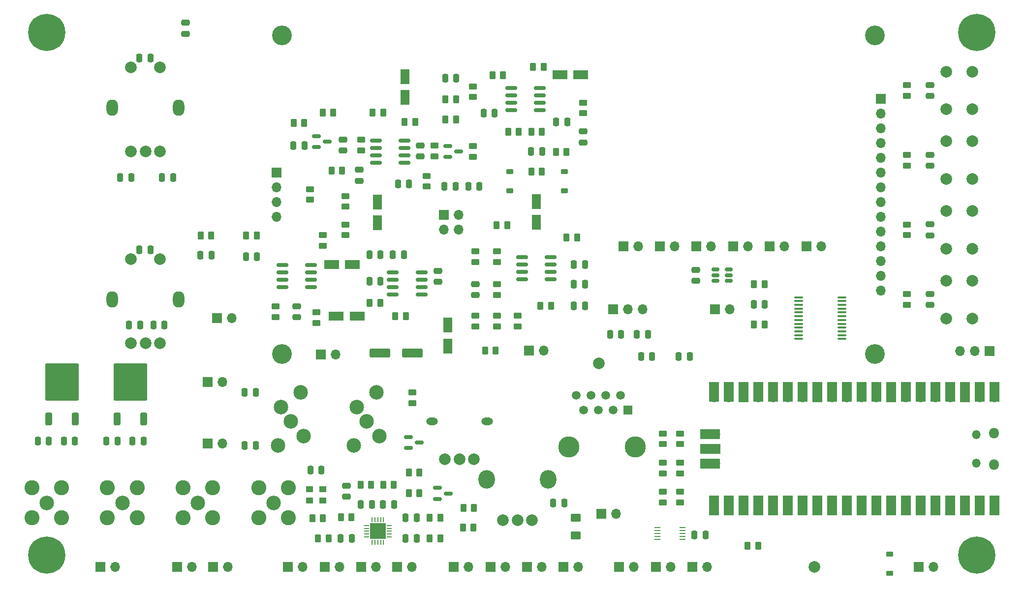
<source format=gts>
%TF.GenerationSoftware,KiCad,Pcbnew,8.0.2-8.0.2-0~ubuntu22.04.1*%
%TF.CreationDate,2024-05-24T16:16:29-07:00*%
%TF.ProjectId,YamhillFrontPanel,59616d68-696c-46c4-9672-6f6e7450616e,B*%
%TF.SameCoordinates,Original*%
%TF.FileFunction,Soldermask,Top*%
%TF.FilePolarity,Negative*%
%FSLAX46Y46*%
G04 Gerber Fmt 4.6, Leading zero omitted, Abs format (unit mm)*
G04 Created by KiCad (PCBNEW 8.0.2-8.0.2-0~ubuntu22.04.1) date 2024-05-24 16:16:29*
%MOMM*%
%LPD*%
G01*
G04 APERTURE LIST*
G04 Aperture macros list*
%AMRoundRect*
0 Rectangle with rounded corners*
0 $1 Rounding radius*
0 $2 $3 $4 $5 $6 $7 $8 $9 X,Y pos of 4 corners*
0 Add a 4 corners polygon primitive as box body*
4,1,4,$2,$3,$4,$5,$6,$7,$8,$9,$2,$3,0*
0 Add four circle primitives for the rounded corners*
1,1,$1+$1,$2,$3*
1,1,$1+$1,$4,$5*
1,1,$1+$1,$6,$7*
1,1,$1+$1,$8,$9*
0 Add four rect primitives between the rounded corners*
20,1,$1+$1,$2,$3,$4,$5,0*
20,1,$1+$1,$4,$5,$6,$7,0*
20,1,$1+$1,$6,$7,$8,$9,0*
20,1,$1+$1,$8,$9,$2,$3,0*%
G04 Aperture macros list end*
%ADD10RoundRect,0.062500X-0.337500X-0.062500X0.337500X-0.062500X0.337500X0.062500X-0.337500X0.062500X0*%
%ADD11RoundRect,0.062500X-0.062500X-0.337500X0.062500X-0.337500X0.062500X0.337500X-0.062500X0.337500X0*%
%ADD12R,2.700000X2.700000*%
%ADD13RoundRect,0.250000X-0.250000X-0.475000X0.250000X-0.475000X0.250000X0.475000X-0.250000X0.475000X0*%
%ADD14RoundRect,0.250000X-0.262500X-0.450000X0.262500X-0.450000X0.262500X0.450000X-0.262500X0.450000X0*%
%ADD15R,1.700000X1.700000*%
%ADD16O,1.700000X1.700000*%
%ADD17RoundRect,0.150000X-0.825000X-0.150000X0.825000X-0.150000X0.825000X0.150000X-0.825000X0.150000X0*%
%ADD18RoundRect,0.250000X0.450000X-0.262500X0.450000X0.262500X-0.450000X0.262500X-0.450000X-0.262500X0*%
%ADD19RoundRect,0.250000X-0.450000X0.262500X-0.450000X-0.262500X0.450000X-0.262500X0.450000X0.262500X0*%
%ADD20C,0.800000*%
%ADD21C,6.400000*%
%ADD22RoundRect,0.150000X-0.587500X-0.150000X0.587500X-0.150000X0.587500X0.150000X-0.587500X0.150000X0*%
%ADD23RoundRect,0.250000X-0.475000X0.250000X-0.475000X-0.250000X0.475000X-0.250000X0.475000X0.250000X0*%
%ADD24RoundRect,0.250000X0.350000X-0.850000X0.350000X0.850000X-0.350000X0.850000X-0.350000X-0.850000X0*%
%ADD25RoundRect,0.249997X2.650003X-2.950003X2.650003X2.950003X-2.650003X2.950003X-2.650003X-2.950003X0*%
%ADD26RoundRect,0.250000X0.250000X0.475000X-0.250000X0.475000X-0.250000X-0.475000X0.250000X-0.475000X0*%
%ADD27O,1.800000X1.800000*%
%ADD28O,1.500000X1.500000*%
%ADD29R,1.700000X3.500000*%
%ADD30R,3.500000X1.700000*%
%ADD31RoundRect,0.150000X-0.512500X-0.150000X0.512500X-0.150000X0.512500X0.150000X-0.512500X0.150000X0*%
%ADD32RoundRect,0.250000X0.550000X-1.050000X0.550000X1.050000X-0.550000X1.050000X-0.550000X-1.050000X0*%
%ADD33RoundRect,0.225000X0.375000X-0.225000X0.375000X0.225000X-0.375000X0.225000X-0.375000X-0.225000X0*%
%ADD34RoundRect,0.250000X0.475000X-0.250000X0.475000X0.250000X-0.475000X0.250000X-0.475000X-0.250000X0*%
%ADD35R,1.100000X0.250000*%
%ADD36RoundRect,0.250000X-0.550000X1.050000X-0.550000X-1.050000X0.550000X-1.050000X0.550000X1.050000X0*%
%ADD37C,2.500000*%
%ADD38C,2.600000*%
%ADD39RoundRect,0.225000X-0.375000X0.225000X-0.375000X-0.225000X0.375000X-0.225000X0.375000X0.225000X0*%
%ADD40RoundRect,0.250000X-1.050000X-0.550000X1.050000X-0.550000X1.050000X0.550000X-1.050000X0.550000X0*%
%ADD41RoundRect,0.250000X0.262500X0.450000X-0.262500X0.450000X-0.262500X-0.450000X0.262500X-0.450000X0*%
%ADD42R,1.300000X1.100000*%
%ADD43O,2.800000X3.200000*%
%ADD44C,2.000000*%
%ADD45RoundRect,0.250000X-1.500000X-0.550000X1.500000X-0.550000X1.500000X0.550000X-1.500000X0.550000X0*%
%ADD46RoundRect,0.100000X-0.637500X-0.100000X0.637500X-0.100000X0.637500X0.100000X-0.637500X0.100000X0*%
%ADD47RoundRect,0.250001X-0.624999X0.462499X-0.624999X-0.462499X0.624999X-0.462499X0.624999X0.462499X0*%
%ADD48C,3.650000*%
%ADD49R,1.500000X1.500000*%
%ADD50C,1.500000*%
%ADD51O,2.000000X1.300000*%
%ADD52C,3.400000*%
%ADD53O,2.000000X2.800000*%
G04 APERTURE END LIST*
D10*
%TO.C,U8*%
X110000000Y-139900000D03*
X110000000Y-140400000D03*
X110000000Y-140900000D03*
X110000000Y-141400000D03*
X110000000Y-141900000D03*
D11*
X110950000Y-142850000D03*
X111450000Y-142850000D03*
X111950000Y-142850000D03*
X112450000Y-142850000D03*
X112950000Y-142850000D03*
D10*
X113900000Y-141900000D03*
X113900000Y-141400000D03*
X113900000Y-140900000D03*
X113900000Y-140400000D03*
X113900000Y-139900000D03*
D11*
X112950000Y-138950000D03*
X112450000Y-138950000D03*
X111950000Y-138950000D03*
X111450000Y-138950000D03*
X110950000Y-138950000D03*
D12*
X111950000Y-140900000D03*
%TD*%
D13*
%TO.C,C49*%
X145685000Y-102100000D03*
X147585000Y-102100000D03*
%TD*%
%TO.C,C23*%
X65250000Y-125400000D03*
X67150000Y-125400000D03*
%TD*%
%TO.C,C33*%
X157250000Y-110800000D03*
X159150000Y-110800000D03*
%TD*%
%TO.C,C48*%
X123450000Y-81500000D03*
X125350000Y-81500000D03*
%TD*%
D14*
%TO.C,R17*%
X117287500Y-130800000D03*
X119112500Y-130800000D03*
%TD*%
D15*
%TO.C,J3*%
X109060000Y-147000000D03*
D16*
X111600000Y-147000000D03*
%TD*%
D17*
%TO.C,U10*%
X95525000Y-95095000D03*
X95525000Y-96365000D03*
X95525000Y-97635000D03*
X95525000Y-98905000D03*
X100475000Y-98905000D03*
X100475000Y-97635000D03*
X100475000Y-96365000D03*
X100475000Y-95095000D03*
%TD*%
D15*
%TO.C,J35*%
X150425000Y-137900000D03*
D16*
X152965000Y-137900000D03*
%TD*%
D13*
%TO.C,C6*%
X89050000Y-117000000D03*
X90950000Y-117000000D03*
%TD*%
D15*
%TO.C,J26*%
X83600000Y-147000000D03*
D16*
X86140000Y-147000000D03*
%TD*%
D14*
%TO.C,R14*%
X126687500Y-136900000D03*
X128512500Y-136900000D03*
%TD*%
D18*
%TO.C,R8*%
X164000000Y-135912500D03*
X164000000Y-134087500D03*
%TD*%
D15*
%TO.C,J33*%
X137960000Y-109800000D03*
D16*
X140500000Y-109800000D03*
%TD*%
D15*
%TO.C,J5*%
X143900000Y-147000000D03*
D16*
X146440000Y-147000000D03*
%TD*%
D15*
%TO.C,J20*%
X64200000Y-147000000D03*
D16*
X66740000Y-147000000D03*
%TD*%
D18*
%TO.C,R61*%
X147300000Y-68912500D03*
X147300000Y-67087500D03*
%TD*%
D19*
%TO.C,R33*%
X132435000Y-103787500D03*
X132435000Y-105612500D03*
%TD*%
D18*
%TO.C,R43*%
X132435000Y-94512500D03*
X132435000Y-92687500D03*
%TD*%
D20*
%TO.C,H2*%
X52600000Y-145000000D03*
X53302944Y-143302944D03*
X53302944Y-146697056D03*
X55000000Y-142600000D03*
D21*
X55000000Y-145000000D03*
D20*
X55000000Y-147400000D03*
X56697056Y-143302944D03*
X56697056Y-146697056D03*
X57400000Y-145000000D03*
%TD*%
D22*
%TO.C,Q3*%
X101425000Y-72850000D03*
X101425000Y-74750000D03*
X103300000Y-73800000D03*
%TD*%
D13*
%TO.C,C18*%
X70950000Y-59400000D03*
X72850000Y-59400000D03*
%TD*%
D23*
%TO.C,C11*%
X166700000Y-95900000D03*
X166700000Y-97800000D03*
%TD*%
D24*
%TO.C,U7*%
X67120000Y-121540000D03*
D25*
X69400000Y-115240000D03*
D24*
X71680000Y-121540000D03*
%TD*%
D15*
%TO.C,J36*%
X82700000Y-115200000D03*
D16*
X85240000Y-115200000D03*
%TD*%
D14*
%TO.C,R42*%
X102487500Y-68800000D03*
X104312500Y-68800000D03*
%TD*%
D26*
%TO.C,C35*%
X144050000Y-136000000D03*
X142150000Y-136000000D03*
%TD*%
D18*
%TO.C,R46*%
X120375000Y-81517500D03*
X120375000Y-79692500D03*
%TD*%
D15*
%TO.C,J23*%
X166100000Y-147000000D03*
D16*
X168640000Y-147000000D03*
%TD*%
D23*
%TO.C,C43*%
X106000000Y-73450000D03*
X106000000Y-75350000D03*
%TD*%
D27*
%TO.C,U3*%
X217970000Y-123985000D03*
D28*
X214940000Y-124285000D03*
X214940000Y-129135000D03*
D27*
X217970000Y-129435000D03*
D16*
X218100000Y-117820000D03*
D29*
X218100000Y-116920000D03*
D16*
X215560000Y-117820000D03*
D29*
X215560000Y-116920000D03*
D15*
X213020000Y-117820000D03*
D29*
X213020000Y-116920000D03*
D16*
X210480000Y-117820000D03*
D29*
X210480000Y-116920000D03*
D16*
X207940000Y-117820000D03*
D29*
X207940000Y-116920000D03*
D16*
X205400000Y-117820000D03*
D29*
X205400000Y-116920000D03*
D16*
X202860000Y-117820000D03*
D29*
X202860000Y-116920000D03*
D15*
X200320000Y-117820000D03*
D29*
X200320000Y-116920000D03*
D16*
X197780000Y-117820000D03*
D29*
X197780000Y-116920000D03*
D16*
X195240000Y-117820000D03*
D29*
X195240000Y-116920000D03*
D16*
X192700000Y-117820000D03*
D29*
X192700000Y-116920000D03*
D16*
X190160000Y-117820000D03*
D29*
X190160000Y-116920000D03*
D15*
X187620000Y-117820000D03*
D29*
X187620000Y-116920000D03*
D16*
X185080000Y-117820000D03*
D29*
X185080000Y-116920000D03*
D16*
X182540000Y-117820000D03*
D29*
X182540000Y-116920000D03*
D16*
X180000000Y-117820000D03*
D29*
X180000000Y-116920000D03*
D16*
X177460000Y-117820000D03*
D29*
X177460000Y-116920000D03*
D15*
X174920000Y-117820000D03*
D29*
X174920000Y-116920000D03*
D16*
X172380000Y-117820000D03*
D29*
X172380000Y-116920000D03*
D16*
X169840000Y-117820000D03*
D29*
X169840000Y-116920000D03*
D16*
X169840000Y-135600000D03*
D29*
X169840000Y-136500000D03*
D16*
X172380000Y-135600000D03*
D29*
X172380000Y-136500000D03*
D15*
X174920000Y-135600000D03*
D29*
X174920000Y-136500000D03*
D16*
X177460000Y-135600000D03*
D29*
X177460000Y-136500000D03*
D16*
X180000000Y-135600000D03*
D29*
X180000000Y-136500000D03*
D16*
X182540000Y-135600000D03*
D29*
X182540000Y-136500000D03*
D16*
X185080000Y-135600000D03*
D29*
X185080000Y-136500000D03*
D15*
X187620000Y-135600000D03*
D29*
X187620000Y-136500000D03*
D16*
X190160000Y-135600000D03*
D29*
X190160000Y-136500000D03*
D16*
X192700000Y-135600000D03*
D29*
X192700000Y-136500000D03*
D16*
X195240000Y-135600000D03*
D29*
X195240000Y-136500000D03*
D16*
X197780000Y-135600000D03*
D29*
X197780000Y-136500000D03*
D15*
X200320000Y-135600000D03*
D29*
X200320000Y-136500000D03*
D16*
X202860000Y-135600000D03*
D29*
X202860000Y-136500000D03*
D16*
X205400000Y-135600000D03*
D29*
X205400000Y-136500000D03*
D16*
X207940000Y-135600000D03*
D29*
X207940000Y-136500000D03*
D16*
X210480000Y-135600000D03*
D29*
X210480000Y-136500000D03*
D15*
X213020000Y-135600000D03*
D29*
X213020000Y-136500000D03*
D16*
X215560000Y-135600000D03*
D29*
X215560000Y-136500000D03*
D16*
X218100000Y-135600000D03*
D29*
X218100000Y-136500000D03*
D16*
X170070000Y-124170000D03*
D30*
X169170000Y-124170000D03*
D15*
X170070000Y-126710000D03*
D30*
X169170000Y-126710000D03*
D16*
X170070000Y-129250000D03*
D30*
X169170000Y-129250000D03*
%TD*%
D23*
%TO.C,C45*%
X119300000Y-74450000D03*
X119300000Y-76350000D03*
%TD*%
D18*
%TO.C,R37*%
X128735000Y-94512500D03*
X128735000Y-92687500D03*
%TD*%
D26*
%TO.C,C60*%
X116425000Y-93290000D03*
X114525000Y-93290000D03*
%TD*%
D31*
%TO.C,U2*%
X170100000Y-95850000D03*
X170100000Y-96800000D03*
X170100000Y-97750000D03*
X172375000Y-97750000D03*
X172375000Y-96800000D03*
X172375000Y-95850000D03*
%TD*%
D19*
%TO.C,R65*%
X117900000Y-116987500D03*
X117900000Y-118812500D03*
%TD*%
D32*
%TO.C,C42*%
X139235000Y-87700000D03*
X139235000Y-84100000D03*
%TD*%
D13*
%TO.C,C57*%
X138350000Y-75500000D03*
X140250000Y-75500000D03*
%TD*%
D32*
%TO.C,C41*%
X116600000Y-66200000D03*
X116600000Y-62600000D03*
%TD*%
D33*
%TO.C,D8*%
X134700000Y-82250000D03*
X134700000Y-78950000D03*
%TD*%
D14*
%TO.C,R15*%
X126587500Y-140300000D03*
X128412500Y-140300000D03*
%TD*%
%TO.C,R45*%
X111062500Y-68805000D03*
X112887500Y-68805000D03*
%TD*%
D34*
%TO.C,C2*%
X207000000Y-77950000D03*
X207000000Y-76050000D03*
%TD*%
D33*
%TO.C,D9*%
X144100000Y-82250000D03*
X144100000Y-78950000D03*
%TD*%
D18*
%TO.C,R32*%
X128735000Y-105612500D03*
X128735000Y-103787500D03*
%TD*%
D26*
%TO.C,C40*%
X99350000Y-74500000D03*
X97450000Y-74500000D03*
%TD*%
D23*
%TO.C,C38*%
X108800000Y-78650000D03*
X108800000Y-80550000D03*
%TD*%
D35*
%TO.C,U5*%
X160050000Y-140300000D03*
X160050000Y-140800000D03*
X160050000Y-141300000D03*
X160050000Y-141800000D03*
X160050000Y-142300000D03*
X164350000Y-142300000D03*
X164350000Y-141800000D03*
X164350000Y-141300000D03*
X164350000Y-140800000D03*
X164350000Y-140300000D03*
%TD*%
D36*
%TO.C,C47*%
X111875000Y-84205000D03*
X111875000Y-87805000D03*
%TD*%
D15*
%TO.C,J4*%
X115300000Y-147000000D03*
D16*
X117840000Y-147000000D03*
%TD*%
D14*
%TO.C,R59*%
X131687500Y-62400000D03*
X133512500Y-62400000D03*
%TD*%
D37*
%TO.C,J27*%
X55000000Y-136000000D03*
D38*
X52450000Y-133450000D03*
X52450000Y-138550000D03*
X57550000Y-133450000D03*
X57550000Y-138550000D03*
%TD*%
D34*
%TO.C,C62*%
X147300000Y-73950000D03*
X147300000Y-72050000D03*
%TD*%
D15*
%TO.C,J22*%
X159800000Y-147000000D03*
D16*
X162340000Y-147000000D03*
%TD*%
D18*
%TO.C,R40*%
X109100000Y-75312500D03*
X109100000Y-73487500D03*
%TD*%
D13*
%TO.C,C8*%
X151935000Y-107000000D03*
X153835000Y-107000000D03*
%TD*%
%TO.C,C50*%
X127550000Y-81500000D03*
X129450000Y-81500000D03*
%TD*%
D39*
%TO.C,D7*%
X200000000Y-144850000D03*
X200000000Y-148150000D03*
%TD*%
D13*
%TO.C,C58*%
X142650000Y-70400000D03*
X144550000Y-70400000D03*
%TD*%
D19*
%TO.C,R10*%
X203000000Y-64087500D03*
X203000000Y-65912500D03*
%TD*%
D15*
%TO.C,J18*%
X170000000Y-102700000D03*
D16*
X172540000Y-102700000D03*
%TD*%
D14*
%TO.C,R30*%
X89287500Y-90000000D03*
X91112500Y-90000000D03*
%TD*%
D40*
%TO.C,C34*%
X104000000Y-95000000D03*
X107600000Y-95000000D03*
%TD*%
D15*
%TO.C,J19*%
X205000000Y-147000000D03*
D16*
X207540000Y-147000000D03*
%TD*%
D41*
%TO.C,R38*%
X118412500Y-70400000D03*
X116587500Y-70400000D03*
%TD*%
D15*
%TO.C,J34*%
X123360000Y-86460000D03*
D16*
X125900000Y-86460000D03*
X123360000Y-89000000D03*
X125900000Y-89000000D03*
%TD*%
D40*
%TO.C,C61*%
X104800000Y-103900000D03*
X108400000Y-103900000D03*
%TD*%
D13*
%TO.C,C31*%
X81450000Y-93400000D03*
X83350000Y-93400000D03*
%TD*%
D23*
%TO.C,C20*%
X106600000Y-133050000D03*
X106600000Y-134950000D03*
%TD*%
D19*
%TO.C,R7*%
X161000000Y-134087500D03*
X161000000Y-135912500D03*
%TD*%
D13*
%TO.C,C22*%
X53450000Y-125400000D03*
X55350000Y-125400000D03*
%TD*%
D14*
%TO.C,R21*%
X112887500Y-132900000D03*
X114712500Y-132900000D03*
%TD*%
D41*
%TO.C,R24*%
X122712500Y-142100000D03*
X120887500Y-142100000D03*
%TD*%
D19*
%TO.C,R11*%
X203000000Y-76087500D03*
X203000000Y-77912500D03*
%TD*%
D26*
%TO.C,C12*%
X178550000Y-101800000D03*
X176650000Y-101800000D03*
%TD*%
D20*
%TO.C,H4*%
X212600000Y-145000000D03*
X213302944Y-143302944D03*
X213302944Y-146697056D03*
X215000000Y-142600000D03*
D21*
X215000000Y-145000000D03*
D20*
X215000000Y-147400000D03*
X216697056Y-143302944D03*
X216697056Y-146697056D03*
X217400000Y-145000000D03*
%TD*%
D14*
%TO.C,R25*%
X81487500Y-90000000D03*
X83312500Y-90000000D03*
%TD*%
%TO.C,R48*%
X132422500Y-88200000D03*
X134247500Y-88200000D03*
%TD*%
D42*
%TO.C,U4*%
X100219978Y-135580022D03*
X102519978Y-135580022D03*
X102519978Y-133680022D03*
X100219978Y-133680022D03*
%TD*%
D14*
%TO.C,R18*%
X101687500Y-142100000D03*
X103512500Y-142100000D03*
%TD*%
D19*
%TO.C,R13*%
X203000000Y-100087500D03*
X203000000Y-101912500D03*
%TD*%
D26*
%TO.C,C30*%
X118650000Y-142100000D03*
X116750000Y-142100000D03*
%TD*%
D15*
%TO.C,J16*%
X185700000Y-91800000D03*
D16*
X188240000Y-91800000D03*
%TD*%
D15*
%TO.C,J8*%
X125025000Y-147000000D03*
D16*
X127565000Y-147000000D03*
%TD*%
D41*
%TO.C,R53*%
X136212500Y-72100000D03*
X134387500Y-72100000D03*
%TD*%
D15*
%TO.C,J21*%
X153500000Y-147000000D03*
D16*
X156040000Y-147000000D03*
%TD*%
D26*
%TO.C,C52*%
X147585000Y-95000000D03*
X145685000Y-95000000D03*
%TD*%
%TO.C,C51*%
X132050000Y-68900000D03*
X130150000Y-68900000D03*
%TD*%
D41*
%TO.C,R56*%
X140512500Y-60900000D03*
X138687500Y-60900000D03*
%TD*%
%TO.C,R66*%
X144412500Y-75600000D03*
X142587500Y-75600000D03*
%TD*%
%TO.C,R23*%
X122712500Y-138600000D03*
X120887500Y-138600000D03*
%TD*%
D15*
%TO.C,J10*%
X152460000Y-102700000D03*
D16*
X155000000Y-102700000D03*
X157540000Y-102700000D03*
%TD*%
D14*
%TO.C,R22*%
X105587500Y-138500000D03*
X107412500Y-138500000D03*
%TD*%
D34*
%TO.C,C37*%
X128735000Y-100250000D03*
X128735000Y-98350000D03*
%TD*%
D14*
%TO.C,R19*%
X117287500Y-134300000D03*
X119112500Y-134300000D03*
%TD*%
D41*
%TO.C,R35*%
X105812500Y-78800000D03*
X103987500Y-78800000D03*
%TD*%
D13*
%TO.C,C1*%
X89050000Y-126100000D03*
X90950000Y-126100000D03*
%TD*%
D15*
%TO.C,J11*%
X154200000Y-91800000D03*
D16*
X156740000Y-91800000D03*
%TD*%
D43*
%TO.C,R31*%
X130700000Y-132000000D03*
X141300000Y-132000000D03*
D44*
X138500000Y-139000000D03*
X136000000Y-139000000D03*
X133500000Y-139000000D03*
%TD*%
D20*
%TO.C,H1*%
X52600000Y-55000000D03*
X53302944Y-53302944D03*
X53302944Y-56697056D03*
X55000000Y-52600000D03*
D21*
X55000000Y-55000000D03*
D20*
X55000000Y-57400000D03*
X56697056Y-53302944D03*
X56697056Y-56697056D03*
X57400000Y-55000000D03*
%TD*%
D15*
%TO.C,J13*%
X166800000Y-91800000D03*
D16*
X169340000Y-91800000D03*
%TD*%
D17*
%TO.C,U12*%
X136785000Y-93700000D03*
X136785000Y-94970000D03*
X136785000Y-96240000D03*
X136785000Y-97510000D03*
X141735000Y-97510000D03*
X141735000Y-96240000D03*
X141735000Y-94970000D03*
X141735000Y-93700000D03*
%TD*%
D13*
%TO.C,C26*%
X69750000Y-125400000D03*
X71650000Y-125400000D03*
%TD*%
D41*
%TO.C,R16*%
X102512500Y-138700000D03*
X100687500Y-138700000D03*
%TD*%
D13*
%TO.C,C16*%
X67650000Y-80000000D03*
X69550000Y-80000000D03*
%TD*%
D15*
%TO.C,J12*%
X160500000Y-91800000D03*
D16*
X163040000Y-91800000D03*
%TD*%
D45*
%TO.C,C63*%
X112300000Y-110200000D03*
X117900000Y-110200000D03*
%TD*%
D18*
%TO.C,R5*%
X164000000Y-130912500D03*
X164000000Y-129087500D03*
%TD*%
D14*
%TO.C,R52*%
X139922500Y-102100000D03*
X141747500Y-102100000D03*
%TD*%
D34*
%TO.C,C17*%
X78900000Y-55250000D03*
X78900000Y-53350000D03*
%TD*%
D41*
%TO.C,R20*%
X110812500Y-132900000D03*
X108987500Y-132900000D03*
%TD*%
D18*
%TO.C,R55*%
X128300000Y-66112500D03*
X128300000Y-64287500D03*
%TD*%
D15*
%TO.C,J2*%
X102800000Y-147000000D03*
D16*
X105340000Y-147000000D03*
%TD*%
D19*
%TO.C,R4*%
X161000000Y-129087500D03*
X161000000Y-130912500D03*
%TD*%
D15*
%TO.C,J30*%
X84300000Y-104200000D03*
D16*
X86840000Y-104200000D03*
%TD*%
D15*
%TO.C,J7*%
X131325000Y-147000000D03*
D16*
X133865000Y-147000000D03*
%TD*%
D15*
%TO.C,J37*%
X102125000Y-110500000D03*
D16*
X104665000Y-110500000D03*
%TD*%
D13*
%TO.C,C9*%
X156535000Y-107000000D03*
X158435000Y-107000000D03*
%TD*%
D37*
%TO.C,J29*%
X81000000Y-136000000D03*
D38*
X78450000Y-133450000D03*
X78450000Y-138550000D03*
X83550000Y-133450000D03*
X83550000Y-138550000D03*
%TD*%
D13*
%TO.C,C56*%
X110525000Y-93290000D03*
X112425000Y-93290000D03*
%TD*%
D34*
%TO.C,C4*%
X207000000Y-101950000D03*
X207000000Y-100050000D03*
%TD*%
D19*
%TO.C,R36*%
X132435000Y-98387500D03*
X132435000Y-100212500D03*
%TD*%
D18*
%TO.C,R51*%
X121700000Y-76312500D03*
X121700000Y-74487500D03*
%TD*%
D44*
%TO.C,TP2*%
X187100000Y-147000000D03*
%TD*%
D22*
%TO.C,Q2*%
X122225000Y-133450000D03*
X122225000Y-135350000D03*
X124100000Y-134400000D03*
%TD*%
D13*
%TO.C,C7*%
X73350000Y-105400000D03*
X75250000Y-105400000D03*
%TD*%
%TO.C,C13*%
X70950000Y-92400000D03*
X72850000Y-92400000D03*
%TD*%
D24*
%TO.C,U6*%
X55320000Y-121540000D03*
D25*
X57600000Y-115240000D03*
D24*
X59880000Y-121540000D03*
%TD*%
D34*
%TO.C,C5*%
X207000000Y-65950000D03*
X207000000Y-64050000D03*
%TD*%
%TO.C,C3*%
X207000000Y-89950000D03*
X207000000Y-88050000D03*
%TD*%
D37*
%TO.C,J28*%
X68000000Y-136000000D03*
D38*
X65450000Y-133450000D03*
X65450000Y-138550000D03*
X70550000Y-133450000D03*
X70550000Y-138550000D03*
%TD*%
D41*
%TO.C,R41*%
X146247500Y-90300000D03*
X144422500Y-90300000D03*
%TD*%
D26*
%TO.C,C24*%
X110950000Y-136300000D03*
X109050000Y-136300000D03*
%TD*%
D15*
%TO.C,J15*%
X179400000Y-91800000D03*
D16*
X181940000Y-91800000D03*
%TD*%
D15*
%TO.C,J25*%
X77400000Y-147000000D03*
D16*
X79940000Y-147000000D03*
%TD*%
D13*
%TO.C,C44*%
X115450000Y-81100000D03*
X117350000Y-81100000D03*
%TD*%
D14*
%TO.C,R28*%
X130422500Y-109800000D03*
X132247500Y-109800000D03*
%TD*%
D18*
%TO.C,R34*%
X100300000Y-83812500D03*
X100300000Y-81987500D03*
%TD*%
D15*
%TO.C,J31*%
X82700000Y-125800000D03*
D16*
X85240000Y-125800000D03*
%TD*%
D13*
%TO.C,C54*%
X145685000Y-98400000D03*
X147585000Y-98400000D03*
%TD*%
D17*
%TO.C,U14*%
X114550000Y-96360000D03*
X114550000Y-97630000D03*
X114550000Y-98900000D03*
X114550000Y-100170000D03*
X119500000Y-100170000D03*
X119500000Y-98900000D03*
X119500000Y-97630000D03*
X119500000Y-96360000D03*
%TD*%
D19*
%TO.C,R29*%
X102500000Y-89887500D03*
X102500000Y-91712500D03*
%TD*%
%TO.C,R2*%
X161000000Y-124087500D03*
X161000000Y-125912500D03*
%TD*%
D13*
%TO.C,C15*%
X74850000Y-80000000D03*
X76750000Y-80000000D03*
%TD*%
D15*
%TO.C,J6*%
X137600000Y-147000000D03*
D16*
X140140000Y-147000000D03*
%TD*%
D22*
%TO.C,Q1*%
X117225000Y-124650000D03*
X117225000Y-126550000D03*
X119100000Y-125600000D03*
%TD*%
D18*
%TO.C,R44*%
X106400000Y-89912500D03*
X106400000Y-88087500D03*
%TD*%
D14*
%TO.C,R58*%
X138387500Y-72100000D03*
X140212500Y-72100000D03*
%TD*%
D15*
%TO.C,J1*%
X96500000Y-147000000D03*
D16*
X99040000Y-147000000D03*
%TD*%
D26*
%TO.C,C55*%
X112425000Y-97890000D03*
X110525000Y-97890000D03*
%TD*%
D23*
%TO.C,C59*%
X122275000Y-96040000D03*
X122275000Y-97940000D03*
%TD*%
D19*
%TO.C,R12*%
X203000000Y-88087500D03*
X203000000Y-89912500D03*
%TD*%
%TO.C,R26*%
X94400000Y-102187500D03*
X94400000Y-104012500D03*
%TD*%
D14*
%TO.C,R60*%
X138387500Y-79000000D03*
X140212500Y-79000000D03*
%TD*%
D18*
%TO.C,R54*%
X128300000Y-76412500D03*
X128300000Y-74587500D03*
%TD*%
D14*
%TO.C,R63*%
X114962500Y-103890000D03*
X116787500Y-103890000D03*
%TD*%
D44*
%TO.C,TP1*%
X150000000Y-112000000D03*
%TD*%
D41*
%TO.C,R62*%
X112387500Y-101590000D03*
X110562500Y-101590000D03*
%TD*%
D13*
%TO.C,C27*%
X112850000Y-136300000D03*
X114750000Y-136300000D03*
%TD*%
D22*
%TO.C,Q4*%
X124025000Y-74550000D03*
X124025000Y-76450000D03*
X125900000Y-75500000D03*
%TD*%
D26*
%TO.C,C10*%
X71050000Y-105400000D03*
X69150000Y-105400000D03*
%TD*%
D14*
%TO.C,R1*%
X176687500Y-105300000D03*
X178512500Y-105300000D03*
%TD*%
D18*
%TO.C,R49*%
X106400000Y-85012500D03*
X106400000Y-83187500D03*
%TD*%
D14*
%TO.C,R47*%
X123587500Y-70000000D03*
X125412500Y-70000000D03*
%TD*%
D15*
%TO.C,J14*%
X173100000Y-91800000D03*
D16*
X175640000Y-91800000D03*
%TD*%
D41*
%TO.C,R39*%
X99312500Y-70600000D03*
X97487500Y-70600000D03*
%TD*%
D17*
%TO.C,U13*%
X134925000Y-64595000D03*
X134925000Y-65865000D03*
X134925000Y-67135000D03*
X134925000Y-68405000D03*
X139875000Y-68405000D03*
X139875000Y-67135000D03*
X139875000Y-65865000D03*
X139875000Y-64595000D03*
%TD*%
D41*
%TO.C,R50*%
X125412500Y-66500000D03*
X123587500Y-66500000D03*
%TD*%
D13*
%TO.C,C25*%
X57950000Y-125400000D03*
X59850000Y-125400000D03*
%TD*%
D46*
%TO.C,U1*%
X184387500Y-100625000D03*
X184387500Y-101275000D03*
X184387500Y-101925000D03*
X184387500Y-102575000D03*
X184387500Y-103225000D03*
X184387500Y-103875000D03*
X184387500Y-104525000D03*
X184387500Y-105175000D03*
X184387500Y-105825000D03*
X184387500Y-106475000D03*
X184387500Y-107125000D03*
X184387500Y-107775000D03*
X191812500Y-107775000D03*
X191812500Y-107125000D03*
X191812500Y-106475000D03*
X191812500Y-105825000D03*
X191812500Y-105175000D03*
X191812500Y-104525000D03*
X191812500Y-103875000D03*
X191812500Y-103225000D03*
X191812500Y-102575000D03*
X191812500Y-101925000D03*
X191812500Y-101275000D03*
X191812500Y-100625000D03*
%TD*%
D26*
%TO.C,C36*%
X91150000Y-93600000D03*
X89250000Y-93600000D03*
%TD*%
D20*
%TO.C,H3*%
X212600000Y-55000000D03*
X213302944Y-53302944D03*
X213302944Y-56697056D03*
X215000000Y-52600000D03*
D21*
X215000000Y-55000000D03*
D20*
X215000000Y-57400000D03*
X216697056Y-53302944D03*
X216697056Y-56697056D03*
X217400000Y-55000000D03*
%TD*%
D15*
%TO.C,J17*%
X217225000Y-109900000D03*
D16*
X214685000Y-109900000D03*
X212145000Y-109900000D03*
%TD*%
D26*
%TO.C,C46*%
X125450000Y-62900000D03*
X123550000Y-62900000D03*
%TD*%
D40*
%TO.C,C53*%
X143300000Y-62300000D03*
X146900000Y-62300000D03*
%TD*%
D18*
%TO.C,R27*%
X136035000Y-105625000D03*
X136035000Y-103800000D03*
%TD*%
D13*
%TO.C,C14*%
X163750000Y-110800000D03*
X165650000Y-110800000D03*
%TD*%
D47*
%TO.C,L1*%
X146000000Y-138612500D03*
X146000000Y-141587500D03*
%TD*%
D18*
%TO.C,R3*%
X164000000Y-125912500D03*
X164000000Y-124087500D03*
%TD*%
D36*
%TO.C,C39*%
X124035000Y-105400000D03*
X124035000Y-109000000D03*
%TD*%
D37*
%TO.C,J24*%
X94000000Y-136000000D03*
D38*
X91450000Y-133450000D03*
X91450000Y-138550000D03*
X96550000Y-133450000D03*
X96550000Y-138550000D03*
%TD*%
D17*
%TO.C,U11*%
X111625000Y-73595000D03*
X111625000Y-74865000D03*
X111625000Y-76135000D03*
X111625000Y-77405000D03*
X116575000Y-77405000D03*
X116575000Y-76135000D03*
X116575000Y-74865000D03*
X116575000Y-73595000D03*
%TD*%
D13*
%TO.C,C29*%
X116750000Y-138600000D03*
X118650000Y-138600000D03*
%TD*%
D41*
%TO.C,R6*%
X178512500Y-98400000D03*
X176687500Y-98400000D03*
%TD*%
%TO.C,R9*%
X177412500Y-143400000D03*
X175587500Y-143400000D03*
%TD*%
D13*
%TO.C,C28*%
X105550000Y-142100000D03*
X107450000Y-142100000D03*
%TD*%
D18*
%TO.C,R64*%
X101400000Y-105012500D03*
X101400000Y-103187500D03*
%TD*%
D26*
%TO.C,C21*%
X168350000Y-141500000D03*
X166450000Y-141500000D03*
%TD*%
D13*
%TO.C,C19*%
X100350000Y-130400000D03*
X102250000Y-130400000D03*
%TD*%
D23*
%TO.C,C32*%
X98000000Y-102150000D03*
X98000000Y-104050000D03*
%TD*%
D48*
%TO.C,J32*%
X156270000Y-126350000D03*
X144840000Y-126350000D03*
D49*
X155000000Y-120000000D03*
D50*
X153730000Y-117460000D03*
X152460000Y-120000000D03*
X151190000Y-117460000D03*
X149920000Y-120000000D03*
X148650000Y-117460000D03*
X147380000Y-120000000D03*
X146110000Y-117460000D03*
%TD*%
D44*
%TO.C,S2*%
X214250000Y-73750000D03*
X214250000Y-80250000D03*
X209750000Y-73750000D03*
X209750000Y-80250000D03*
%TD*%
D37*
%TO.C,J9*%
X97000000Y-122000000D03*
X94800000Y-126100000D03*
X99200000Y-124500000D03*
X98700000Y-117000000D03*
X95300000Y-119500000D03*
%TD*%
D51*
%TO.C,R57*%
X130750000Y-122000000D03*
X121250000Y-122000000D03*
D44*
X123500000Y-128500000D03*
X126000000Y-128500000D03*
X128500000Y-128500000D03*
%TD*%
%TO.C,S4*%
X214250000Y-97750000D03*
X214250000Y-104250000D03*
X209750000Y-97750000D03*
X209750000Y-104250000D03*
%TD*%
D37*
%TO.C,J38*%
X110000000Y-122000000D03*
X107800000Y-126100000D03*
X112200000Y-124500000D03*
X111700000Y-117000000D03*
X108300000Y-119500000D03*
%TD*%
D44*
%TO.C,S3*%
X214250000Y-85750000D03*
X214250000Y-92250000D03*
X209750000Y-85750000D03*
X209750000Y-92250000D03*
%TD*%
D52*
%TO.C,U9*%
X95500000Y-55500000D03*
X95500000Y-110400000D03*
X197500000Y-55500000D03*
X197500000Y-110400000D03*
D15*
X198500000Y-66440000D03*
D16*
X198500000Y-68980000D03*
X198500000Y-71520000D03*
X198500000Y-74060000D03*
X198500000Y-76600000D03*
X198500000Y-79140000D03*
X198500000Y-81680000D03*
X198500000Y-84220000D03*
X198500000Y-86760000D03*
X198500000Y-89300000D03*
X198500000Y-91840000D03*
X198500000Y-94380000D03*
X198500000Y-96920000D03*
X198500000Y-99460000D03*
D15*
X94500000Y-79140000D03*
D16*
X94500000Y-81680000D03*
X94500000Y-84220000D03*
X94500000Y-86760000D03*
%TD*%
D53*
%TO.C,SW1*%
X77700000Y-101000000D03*
X66300000Y-101000000D03*
D44*
X74500000Y-108500000D03*
X69500000Y-108500000D03*
X72000000Y-108500000D03*
X74500000Y-94000000D03*
X69500000Y-94000000D03*
%TD*%
%TO.C,S1*%
X214250000Y-61750000D03*
X214250000Y-68250000D03*
X209750000Y-61750000D03*
X209750000Y-68250000D03*
%TD*%
D53*
%TO.C,SW2*%
X77700000Y-68000000D03*
X66300000Y-68000000D03*
D44*
X74500000Y-75500000D03*
X69500000Y-75500000D03*
X72000000Y-75500000D03*
X74500000Y-61000000D03*
X69500000Y-61000000D03*
%TD*%
M02*

</source>
